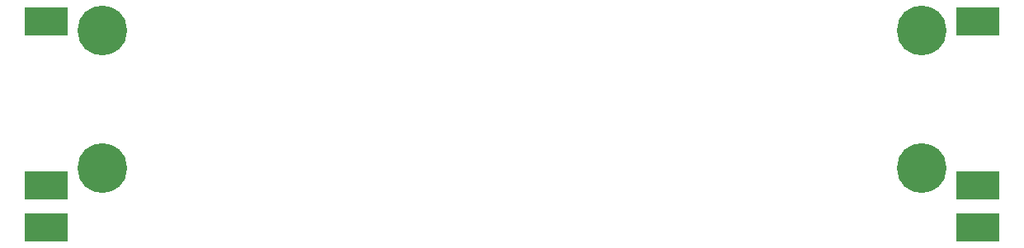
<source format=gbs>
G04 #@! TF.GenerationSoftware,KiCad,Pcbnew,(5.1.8)-1*
G04 #@! TF.CreationDate,2022-11-12T23:31:27+01:00*
G04 #@! TF.ProjectId,RetroPanel FP2,52657472-6f50-4616-9e65-6c204650322e,rev?*
G04 #@! TF.SameCoordinates,Original*
G04 #@! TF.FileFunction,Soldermask,Bot*
G04 #@! TF.FilePolarity,Negative*
%FSLAX46Y46*%
G04 Gerber Fmt 4.6, Leading zero omitted, Abs format (unit mm)*
G04 Created by KiCad (PCBNEW (5.1.8)-1) date 2022-11-12 23:31:27*
%MOMM*%
%LPD*%
G01*
G04 APERTURE LIST*
%ADD10C,5.100000*%
%ADD11R,4.400000X3.000000*%
G04 APERTURE END LIST*
D10*
X108687500Y-82575000D03*
X108687500Y-96725000D03*
X192812500Y-96725000D03*
X192812500Y-82575000D03*
D11*
X102934500Y-81648500D03*
X102934500Y-98476000D03*
X198565500Y-81648500D03*
X198565500Y-98476000D03*
X102921000Y-102794000D03*
X198565500Y-102794000D03*
M02*

</source>
